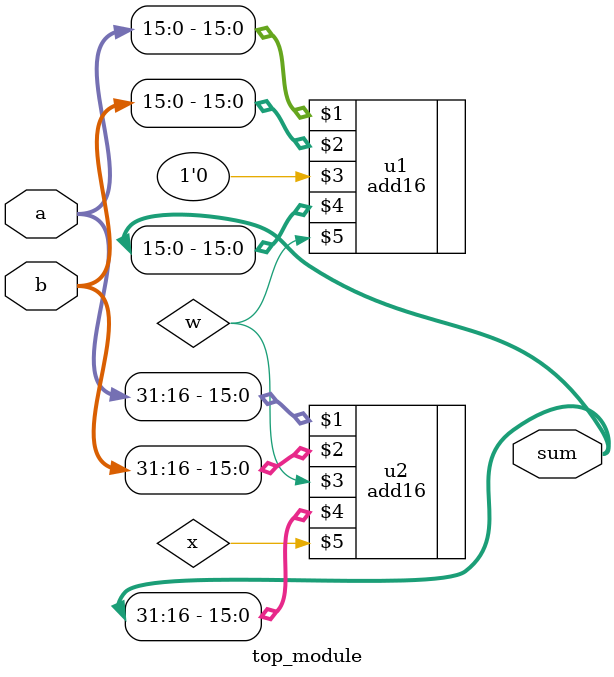
<source format=v>
module top_module(
    input [31:0] a,
    input [31:0] b, 
    output [31:0] sum
);
    wire w,x;
    add16 u1(a[15:0], b[15:0], 1'b0, sum[15:0], w);
    add16 u2(a[31:16], b[31:16], w, sum[31:16], x);
endmodule

</source>
